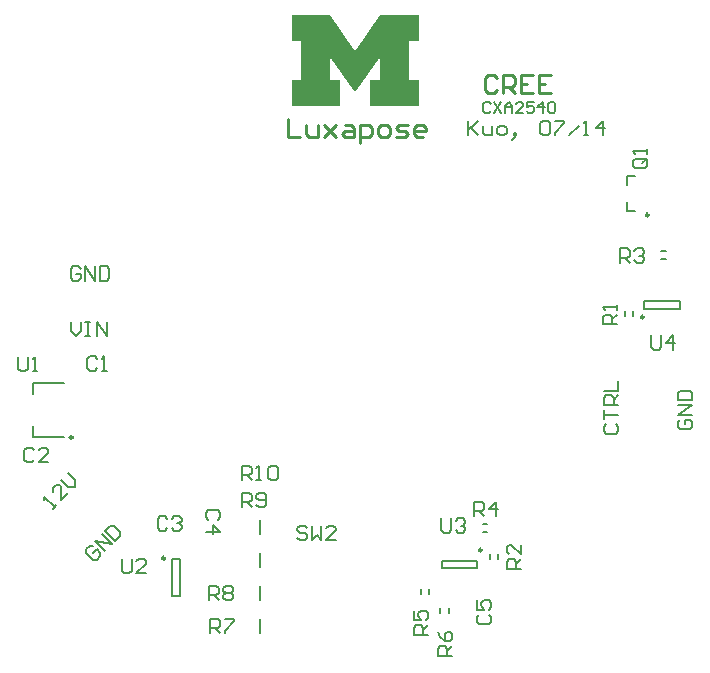
<source format=gto>
%FSLAX24Y24*%
%MOIN*%
G70*
G01*
G75*
G04 Layer_Color=65535*
%ADD10R,0.0500X0.0299*%
%ADD11R,0.0551X0.0236*%
%ADD12R,0.0709X0.0236*%
%ADD13R,0.0315X0.0354*%
%ADD14R,0.0500X0.1000*%
%ADD15R,0.0512X0.0217*%
%ADD16R,0.0354X0.0315*%
%ADD17R,0.0472X0.0551*%
%ADD18R,0.0354X0.0276*%
%ADD19R,0.0217X0.0394*%
%ADD20R,0.0276X0.0354*%
%ADD21R,0.0217X0.0512*%
%ADD22R,0.0512X0.0236*%
%ADD23R,0.1500X0.1000*%
G04:AMPARAMS|DCode=24|XSize=60mil|YSize=40mil|CornerRadius=0mil|HoleSize=0mil|Usage=FLASHONLY|Rotation=45.000|XOffset=0mil|YOffset=0mil|HoleType=Round|Shape=Rectangle|*
%AMROTATEDRECTD24*
4,1,4,-0.0071,-0.0354,-0.0354,-0.0071,0.0071,0.0354,0.0354,0.0071,-0.0071,-0.0354,0.0*
%
%ADD24ROTATEDRECTD24*%

%ADD25O,0.1181X0.3150*%
%ADD26R,0.8661X0.8661*%
%ADD27C,0.0120*%
%ADD28C,0.0200*%
%ADD29C,0.0150*%
%ADD30C,0.0300*%
%ADD31O,0.0669X0.1102*%
%ADD32C,0.1100*%
%ADD33C,0.0400*%
%ADD34C,0.0098*%
%ADD35C,0.0079*%
%ADD36C,0.0080*%
%ADD37C,0.0100*%
%ADD38C,0.0060*%
G36*
X2142Y9480D02*
X1814D01*
Y8181D01*
X2142D01*
Y7320D01*
X529D01*
Y8181D01*
X857D01*
Y8961D01*
X43Y7839D01*
X-12D01*
X-812Y8961D01*
Y8181D01*
X-483D01*
Y7320D01*
X-2097D01*
Y8181D01*
X-1783D01*
Y9480D01*
X-2097D01*
Y10342D01*
X-819D01*
X2Y9207D01*
X43D01*
X864Y10342D01*
X2142D01*
Y9480D01*
D02*
G37*
D34*
X-9392Y-3725D02*
G03*
X-9392Y-3725I-49J0D01*
G01*
X-6314Y-7750D02*
G03*
X-6314Y-7750I-49J0D01*
G01*
X4248Y-7478D02*
G03*
X4248Y-7478I-49J0D01*
G01*
X9650Y287D02*
G03*
X9650Y287I-49J0D01*
G01*
X9813Y3691D02*
G03*
X9813Y3691I-49J0D01*
G01*
D35*
X-10721Y-2269D02*
Y-1894D01*
X-9697D01*
X-10721Y-3706D02*
Y-3331D01*
Y-3706D02*
X-9697D01*
X-5812Y-9010D02*
Y-7790D01*
X-6088Y-9010D02*
Y-7790D01*
Y-9010D02*
X-5812D01*
X-6088Y-7790D02*
X-5812D01*
X-3150Y-10236D02*
Y-9764D01*
Y-9136D02*
Y-8664D01*
Y-8036D02*
Y-7564D01*
Y-6936D02*
Y-6464D01*
X2488Y-8929D02*
Y-8771D01*
X2212Y-8929D02*
Y-8771D01*
X3138Y-9579D02*
Y-9421D01*
X2862Y-9579D02*
Y-9421D01*
X4091Y-8068D02*
Y-7832D01*
X2909Y-8068D02*
Y-7832D01*
X4091D01*
X2909Y-8068D02*
X4091D01*
X4512Y-7779D02*
Y-7621D01*
X4788Y-7779D02*
Y-7621D01*
X4271Y-6888D02*
X4429D01*
X4271Y-6612D02*
X4429D01*
X9288Y321D02*
Y479D01*
X9012Y321D02*
Y479D01*
X9640Y838D02*
X10860D01*
X9640Y562D02*
X10860D01*
Y838D01*
X9640Y562D02*
Y838D01*
X10221Y2212D02*
X10379D01*
X10221Y2488D02*
X10379D01*
X9074Y4676D02*
Y4991D01*
X9350D01*
X9074Y3809D02*
Y4124D01*
Y3809D02*
X9350D01*
D36*
X-8580Y-1100D02*
X-8660Y-1020D01*
X-8820D01*
X-8900Y-1100D01*
Y-1420D01*
X-8820Y-1500D01*
X-8660D01*
X-8580Y-1420D01*
X-8420Y-1500D02*
X-8260D01*
X-8340D01*
Y-1020D01*
X-8420Y-1100D01*
X-10680Y-4150D02*
X-10760Y-4070D01*
X-10920D01*
X-11000Y-4150D01*
Y-4470D01*
X-10920Y-4550D01*
X-10760D01*
X-10680Y-4470D01*
X-10200Y-4550D02*
X-10520D01*
X-10200Y-4230D01*
Y-4150D01*
X-10280Y-4070D01*
X-10440D01*
X-10520Y-4150D01*
X4150Y-9630D02*
X4070Y-9710D01*
Y-9870D01*
X4150Y-9950D01*
X4470D01*
X4550Y-9870D01*
Y-9710D01*
X4470Y-9630D01*
X4070Y-9150D02*
Y-9470D01*
X4310D01*
X4230Y-9310D01*
Y-9230D01*
X4310Y-9150D01*
X4470D01*
X4550Y-9230D01*
Y-9390D01*
X4470Y-9470D01*
X9670Y5570D02*
X9350D01*
X9270Y5490D01*
Y5330D01*
X9350Y5250D01*
X9670D01*
X9750Y5330D01*
Y5490D01*
X9590Y5410D02*
X9750Y5570D01*
Y5490D02*
X9670Y5570D01*
X9750Y5730D02*
Y5890D01*
Y5810D01*
X9270D01*
X9350Y5730D01*
X8750Y50D02*
X8270D01*
Y290D01*
X8350Y370D01*
X8510D01*
X8590Y290D01*
Y50D01*
Y210D02*
X8750Y370D01*
Y530D02*
Y690D01*
Y610D01*
X8270D01*
X8350Y530D01*
X5550Y-8100D02*
X5070D01*
Y-7860D01*
X5150Y-7780D01*
X5310D01*
X5390Y-7860D01*
Y-8100D01*
Y-7940D02*
X5550Y-7780D01*
Y-7300D02*
Y-7620D01*
X5230Y-7300D01*
X5150D01*
X5070Y-7380D01*
Y-7540D01*
X5150Y-7620D01*
X8850Y2100D02*
Y2580D01*
X9090D01*
X9170Y2500D01*
Y2340D01*
X9090Y2260D01*
X8850D01*
X9010D02*
X9170Y2100D01*
X9330Y2500D02*
X9410Y2580D01*
X9570D01*
X9650Y2500D01*
Y2420D01*
X9570Y2340D01*
X9490D01*
X9570D01*
X9650Y2260D01*
Y2180D01*
X9570Y2100D01*
X9410D01*
X9330Y2180D01*
X4000Y-6350D02*
Y-5870D01*
X4240D01*
X4320Y-5950D01*
Y-6110D01*
X4240Y-6190D01*
X4000D01*
X4160D02*
X4320Y-6350D01*
X4720D02*
Y-5870D01*
X4480Y-6110D01*
X4800D01*
X2450Y-10300D02*
X1970D01*
Y-10060D01*
X2050Y-9980D01*
X2210D01*
X2290Y-10060D01*
Y-10300D01*
Y-10140D02*
X2450Y-9980D01*
X1970Y-9500D02*
Y-9820D01*
X2210D01*
X2130Y-9660D01*
Y-9580D01*
X2210Y-9500D01*
X2370D01*
X2450Y-9580D01*
Y-9740D01*
X2370Y-9820D01*
X3250Y-11000D02*
X2770D01*
Y-10760D01*
X2850Y-10680D01*
X3010D01*
X3090Y-10760D01*
Y-11000D01*
Y-10840D02*
X3250Y-10680D01*
X2770Y-10200D02*
X2850Y-10360D01*
X3010Y-10520D01*
X3170D01*
X3250Y-10440D01*
Y-10280D01*
X3170Y-10200D01*
X3090D01*
X3010Y-10280D01*
Y-10520D01*
X-4800Y-10250D02*
Y-9770D01*
X-4560D01*
X-4480Y-9850D01*
Y-10010D01*
X-4560Y-10090D01*
X-4800D01*
X-4640D02*
X-4480Y-10250D01*
X-4320Y-9770D02*
X-4000D01*
Y-9850D01*
X-4320Y-10170D01*
Y-10250D01*
X-4850Y-9150D02*
Y-8670D01*
X-4610D01*
X-4530Y-8750D01*
Y-8910D01*
X-4610Y-8990D01*
X-4850D01*
X-4690D02*
X-4530Y-9150D01*
X-4370Y-8750D02*
X-4290Y-8670D01*
X-4130D01*
X-4050Y-8750D01*
Y-8830D01*
X-4130Y-8910D01*
X-4050Y-8990D01*
Y-9070D01*
X-4130Y-9150D01*
X-4290D01*
X-4370Y-9070D01*
Y-8990D01*
X-4290Y-8910D01*
X-4370Y-8830D01*
Y-8750D01*
X-4290Y-8910D02*
X-4130D01*
X-3750Y-6050D02*
Y-5570D01*
X-3510D01*
X-3430Y-5650D01*
Y-5810D01*
X-3510Y-5890D01*
X-3750D01*
X-3590D02*
X-3430Y-6050D01*
X-3270Y-5970D02*
X-3190Y-6050D01*
X-3030D01*
X-2950Y-5970D01*
Y-5650D01*
X-3030Y-5570D01*
X-3190D01*
X-3270Y-5650D01*
Y-5730D01*
X-3190Y-5810D01*
X-2950D01*
X-3750Y-5150D02*
Y-4670D01*
X-3510D01*
X-3430Y-4750D01*
Y-4910D01*
X-3510Y-4990D01*
X-3750D01*
X-3590D02*
X-3430Y-5150D01*
X-3270D02*
X-3110D01*
X-3190D01*
Y-4670D01*
X-3270Y-4750D01*
X-2870D02*
X-2790Y-4670D01*
X-2630D01*
X-2550Y-4750D01*
Y-5070D01*
X-2630Y-5150D01*
X-2790D01*
X-2870Y-5070D01*
Y-4750D01*
X-1580Y-6740D02*
X-1660Y-6660D01*
X-1820D01*
X-1900Y-6740D01*
Y-6820D01*
X-1820Y-6900D01*
X-1660D01*
X-1580Y-6980D01*
Y-7060D01*
X-1660Y-7140D01*
X-1820D01*
X-1900Y-7060D01*
X-1420Y-6660D02*
Y-7140D01*
X-1260Y-6980D01*
X-1100Y-7140D01*
Y-6660D01*
X-620Y-7140D02*
X-940D01*
X-620Y-6820D01*
Y-6740D01*
X-700Y-6660D01*
X-860D01*
X-940Y-6740D01*
X-11210Y-1030D02*
Y-1430D01*
X-11130Y-1510D01*
X-10970D01*
X-10890Y-1430D01*
Y-1030D01*
X-10730Y-1510D02*
X-10570D01*
X-10650D01*
Y-1030D01*
X-10730Y-1110D01*
X2900Y-6420D02*
Y-6820D01*
X2980Y-6900D01*
X3140D01*
X3220Y-6820D01*
Y-6420D01*
X3380Y-6500D02*
X3460Y-6420D01*
X3620D01*
X3700Y-6500D01*
Y-6580D01*
X3620Y-6660D01*
X3540D01*
X3620D01*
X3700Y-6740D01*
Y-6820D01*
X3620Y-6900D01*
X3460D01*
X3380Y-6820D01*
X9900Y-320D02*
Y-720D01*
X9980Y-800D01*
X10140D01*
X10220Y-720D01*
Y-320D01*
X10620Y-800D02*
Y-320D01*
X10380Y-560D01*
X10700D01*
X-6240Y-6430D02*
X-6320Y-6350D01*
X-6480D01*
X-6560Y-6430D01*
Y-6750D01*
X-6480Y-6830D01*
X-6320D01*
X-6240Y-6750D01*
X-6080Y-6430D02*
X-6000Y-6350D01*
X-5840D01*
X-5760Y-6430D01*
Y-6510D01*
X-5840Y-6590D01*
X-5920D01*
X-5840D01*
X-5760Y-6670D01*
Y-6750D01*
X-5840Y-6830D01*
X-6000D01*
X-6080Y-6750D01*
X-4550Y-6470D02*
X-4470Y-6390D01*
Y-6230D01*
X-4550Y-6150D01*
X-4870D01*
X-4950Y-6230D01*
Y-6390D01*
X-4870Y-6470D01*
X-4950Y-6870D02*
X-4470D01*
X-4710Y-6630D01*
Y-6950D01*
X-7750Y-7770D02*
Y-8170D01*
X-7670Y-8250D01*
X-7510D01*
X-7430Y-8170D01*
Y-7770D01*
X-6950Y-8250D02*
X-7270D01*
X-6950Y-7930D01*
Y-7850D01*
X-7030Y-7770D01*
X-7190D01*
X-7270Y-7850D01*
X-9450Y130D02*
Y-190D01*
X-9290Y-350D01*
X-9130Y-190D01*
Y130D01*
X-8970D02*
X-8810D01*
X-8890D01*
Y-350D01*
X-8970D01*
X-8810D01*
X-8570D02*
Y130D01*
X-8250Y-350D01*
Y130D01*
X-9130Y1900D02*
X-9210Y1980D01*
X-9370D01*
X-9450Y1900D01*
Y1580D01*
X-9370Y1500D01*
X-9210D01*
X-9130Y1580D01*
Y1740D01*
X-9290D01*
X-8970Y1500D02*
Y1980D01*
X-8650Y1500D01*
Y1980D01*
X-8490D02*
Y1500D01*
X-8250D01*
X-8170Y1580D01*
Y1900D01*
X-8250Y1980D01*
X-8490D01*
X-10050Y-6100D02*
X-9937Y-5987D01*
X-9993Y-6043D01*
X-10333Y-5704D01*
Y-5817D01*
X-9541Y-5591D02*
X-9767Y-5817D01*
Y-5365D01*
X-9824Y-5308D01*
X-9937D01*
X-10050Y-5421D01*
Y-5534D01*
X-9767Y-5139D02*
X-9541Y-5365D01*
X-9315D01*
X-9315Y-5139D01*
X-9541Y-4912D01*
X-8707Y-7341D02*
X-8820Y-7341D01*
X-8933Y-7454D01*
Y-7567D01*
X-8707Y-7793D01*
X-8593D01*
X-8480Y-7680D01*
X-8480Y-7567D01*
X-8593Y-7454D01*
X-8707Y-7567D01*
X-8311Y-7511D02*
X-8650Y-7171D01*
X-8084Y-7285D01*
X-8424Y-6945D01*
X-8311Y-6832D02*
X-7971Y-7171D01*
X-7802Y-7002D01*
Y-6889D01*
X-8028Y-6662D01*
X-8141Y-6662D01*
X-8311Y-6832D01*
X10850Y-3130D02*
X10770Y-3210D01*
Y-3370D01*
X10850Y-3450D01*
X11170D01*
X11250Y-3370D01*
Y-3210D01*
X11170Y-3130D01*
X11010D01*
Y-3290D01*
X11250Y-2970D02*
X10770D01*
X11250Y-2650D01*
X10770D01*
Y-2490D02*
X11250D01*
Y-2250D01*
X11170Y-2170D01*
X10850D01*
X10770Y-2250D01*
Y-2490D01*
X8400Y-3280D02*
X8320Y-3360D01*
Y-3520D01*
X8400Y-3600D01*
X8720D01*
X8800Y-3520D01*
Y-3360D01*
X8720Y-3280D01*
X8320Y-3120D02*
Y-2800D01*
Y-2960D01*
X8800D01*
Y-2640D02*
X8320D01*
Y-2400D01*
X8400Y-2320D01*
X8560D01*
X8640Y-2400D01*
Y-2640D01*
Y-2480D02*
X8800Y-2320D01*
X8320Y-2160D02*
X8800D01*
Y-1841D01*
X3800Y6830D02*
Y6350D01*
Y6510D01*
X4120Y6830D01*
X3880Y6590D01*
X4120Y6350D01*
X4280Y6670D02*
Y6430D01*
X4360Y6350D01*
X4600D01*
Y6670D01*
X4840Y6350D02*
X5000D01*
X5080Y6430D01*
Y6590D01*
X5000Y6670D01*
X4840D01*
X4760Y6590D01*
Y6430D01*
X4840Y6350D01*
X5320Y6270D02*
X5399Y6350D01*
Y6430D01*
X5320D01*
Y6350D01*
X5399D01*
X5320Y6270D01*
X5240Y6190D01*
X6199Y6750D02*
X6279Y6830D01*
X6439D01*
X6519Y6750D01*
Y6430D01*
X6439Y6350D01*
X6279D01*
X6199Y6430D01*
Y6750D01*
X6679Y6830D02*
X6999D01*
Y6750D01*
X6679Y6430D01*
Y6350D01*
X7159D02*
X7479Y6670D01*
X7639Y6350D02*
X7799D01*
X7719D01*
Y6830D01*
X7639Y6750D01*
X8279Y6350D02*
Y6830D01*
X8039Y6590D01*
X8359D01*
D37*
X-2200Y6900D02*
Y6300D01*
X-1800D01*
X-1600Y6700D02*
Y6400D01*
X-1500Y6300D01*
X-1200D01*
Y6700D01*
X-1000D02*
X-601Y6300D01*
X-800Y6500D01*
X-601Y6700D01*
X-1000Y6300D01*
X-301Y6700D02*
X-101D01*
X-1Y6600D01*
Y6300D01*
X-301D01*
X-401Y6400D01*
X-301Y6500D01*
X-1D01*
X199Y6100D02*
Y6700D01*
X499D01*
X599Y6600D01*
Y6400D01*
X499Y6300D01*
X199D01*
X899D02*
X1099D01*
X1199Y6400D01*
Y6600D01*
X1099Y6700D01*
X899D01*
X799Y6600D01*
Y6400D01*
X899Y6300D01*
X1399D02*
X1699D01*
X1799Y6400D01*
X1699Y6500D01*
X1499D01*
X1399Y6600D01*
X1499Y6700D01*
X1799D01*
X2299Y6300D02*
X2099D01*
X1999Y6400D01*
Y6600D01*
X2099Y6700D01*
X2299D01*
X2399Y6600D01*
Y6500D01*
X1999D01*
X4750Y8250D02*
X4650Y8350D01*
X4450D01*
X4350Y8250D01*
Y7850D01*
X4450Y7750D01*
X4650D01*
X4750Y7850D01*
X4950Y7750D02*
Y8350D01*
X5250D01*
X5350Y8250D01*
Y8050D01*
X5250Y7950D01*
X4950D01*
X5150D02*
X5350Y7750D01*
X5949Y8350D02*
X5550D01*
Y7750D01*
X5949D01*
X5550Y8050D02*
X5750D01*
X6549Y8350D02*
X6149D01*
Y7750D01*
X6549D01*
X6149Y8050D02*
X6349D01*
D38*
X4540Y7400D02*
X4480Y7460D01*
X4360D01*
X4300Y7400D01*
Y7160D01*
X4360Y7100D01*
X4480D01*
X4540Y7160D01*
X4660Y7460D02*
X4900Y7100D01*
Y7460D02*
X4660Y7100D01*
X5020D02*
Y7340D01*
X5140Y7460D01*
X5260Y7340D01*
Y7100D01*
Y7280D01*
X5020D01*
X5620Y7100D02*
X5380D01*
X5620Y7340D01*
Y7400D01*
X5560Y7460D01*
X5440D01*
X5380Y7400D01*
X5979Y7460D02*
X5740D01*
Y7280D01*
X5860Y7340D01*
X5919D01*
X5979Y7280D01*
Y7160D01*
X5919Y7100D01*
X5800D01*
X5740Y7160D01*
X6279Y7100D02*
Y7460D01*
X6099Y7280D01*
X6339D01*
X6459Y7400D02*
X6519Y7460D01*
X6639D01*
X6699Y7400D01*
Y7160D01*
X6639Y7100D01*
X6519D01*
X6459Y7160D01*
Y7400D01*
M02*

</source>
